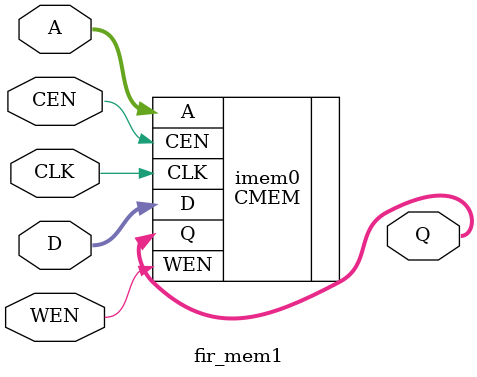
<source format=v>
`timescale 1ns/1ps
`define HALF_CLOCK_PERIOD #100

module fir_mem1 (Q, CLK, CEN, WEN, A, D);
	output [15:0]            Q;
	input                    CLK;
	input                    CEN;
	input                    WEN;
	input [5:0]              A;
	input [15:0]             D;
	
	CMEM imem0 (.Q(Q), .CLK(CLK), .CEN(CEN), .WEN(WEN), .A(A), .D(D));

endmodule

</source>
